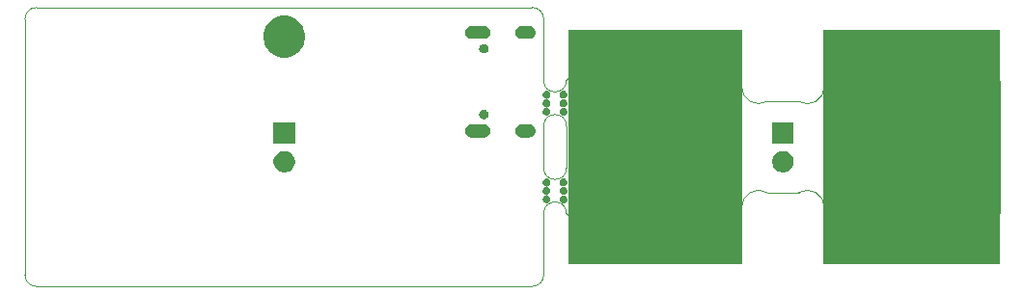
<source format=gbr>
G04 #@! TF.GenerationSoftware,KiCad,Pcbnew,(5.1.5)-3*
G04 #@! TF.CreationDate,2024-11-30T00:03:08+01:00*
G04 #@! TF.ProjectId,tan-usb-pwr,74616e2d-7573-4622-9d70-77722e6b6963,B*
G04 #@! TF.SameCoordinates,PX57bcf00PY53af570*
G04 #@! TF.FileFunction,Soldermask,Bot*
G04 #@! TF.FilePolarity,Negative*
%FSLAX46Y46*%
G04 Gerber Fmt 4.6, Leading zero omitted, Abs format (unit mm)*
G04 Created by KiCad (PCBNEW (5.1.5)-3) date 2024-11-30 00:03:08*
%MOMM*%
%LPD*%
G04 APERTURE LIST*
%ADD10C,0.100000*%
%ADD11C,0.020000*%
G04 APERTURE END LIST*
D10*
X47500000Y10400000D02*
X47500000Y14100000D01*
X47500000Y10400000D02*
G75*
G02X45500000Y10400000I-1000000J0D01*
G01*
X45500000Y14100000D02*
G75*
G02X47500000Y14100000I1000000J0D01*
G01*
X85500000Y18081000D02*
X85500000Y6419050D01*
X85500002Y6419049D02*
G75*
G02X70126925Y6933544I-7500002J5830951D01*
G01*
X67871055Y8249999D02*
G75*
G02X70126953Y6933489I756045J-1295529D01*
G01*
X65128900Y8250000D02*
X67871100Y8250000D01*
X62873048Y6933500D02*
G75*
G02X65128947Y8249997I1499852J20970D01*
G01*
X62873061Y6933473D02*
G75*
G02X47500000Y6419001I-7873061J5316527D01*
G01*
X47500023Y18080980D02*
G75*
G02X62873037Y17566510I7499977J-5830980D01*
G01*
X65128949Y16249972D02*
G75*
G02X62873046Y17566469I-756049J1295528D01*
G01*
X65128900Y16250000D02*
X67871100Y16250000D01*
X70126953Y17566480D02*
G75*
G02X67871054Y16249971I-1499853J-20980D01*
G01*
X70126901Y17566472D02*
G75*
G02X85500000Y18081000I7873099J-5316472D01*
G01*
X45500000Y10400000D02*
X45500000Y14100000D01*
X45500000Y6419001D02*
X45500000Y1000000D01*
X45500000Y6419001D02*
G75*
G02X47500000Y6419001I1000000J0D01*
G01*
X47500000Y18080998D02*
G75*
G02X45500000Y18080998I-1000000J0D01*
G01*
X44500000Y24500000D02*
X1000000Y24500000D01*
X44500000Y24500000D02*
G75*
G02X45500000Y23500000I0J-1000000D01*
G01*
X45500000Y18080998D02*
X45500000Y23500000D01*
X45500000Y1000000D02*
G75*
G02X44500000Y0I-1000000J0D01*
G01*
X1000000Y0D02*
X44500000Y0D01*
X0Y23500000D02*
X0Y1000000D01*
X0Y23500000D02*
G75*
G02X1000000Y24500000I1000000J0D01*
G01*
X1000000Y0D02*
G75*
G02X0Y1000000I0J1000000D01*
G01*
D11*
G36*
X85500000Y2000000D02*
G01*
X70000000Y2000000D01*
X70000000Y22500000D01*
X85500000Y22500000D01*
X85500000Y2000000D01*
G37*
G36*
X62900000Y2000000D02*
G01*
X47700000Y2000000D01*
X47700000Y22500000D01*
X62900000Y22500000D01*
X62900000Y2000000D01*
G37*
G36*
X47348854Y9475876D02*
G01*
X47389971Y9458845D01*
X47410530Y9450329D01*
X47466038Y9413240D01*
X47513240Y9366038D01*
X47550329Y9310530D01*
X47550329Y9310529D01*
X47575876Y9248854D01*
X47588900Y9183379D01*
X47588900Y9116621D01*
X47575876Y9051146D01*
X47558845Y9010029D01*
X47550329Y8989470D01*
X47513240Y8933962D01*
X47466038Y8886760D01*
X47410530Y8849671D01*
X47389971Y8841155D01*
X47348854Y8824124D01*
X47321058Y8818595D01*
X47312720Y8816065D01*
X47305035Y8811958D01*
X47298300Y8806430D01*
X47292772Y8799694D01*
X47288664Y8792010D01*
X47286135Y8783671D01*
X47285281Y8775000D01*
X47286135Y8766328D01*
X47288665Y8757990D01*
X47292772Y8750305D01*
X47298300Y8743570D01*
X47305036Y8738042D01*
X47312720Y8733934D01*
X47321057Y8731405D01*
X47348854Y8725876D01*
X47389971Y8708845D01*
X47410530Y8700329D01*
X47466038Y8663240D01*
X47513240Y8616038D01*
X47550329Y8560530D01*
X47550329Y8560529D01*
X47575876Y8498854D01*
X47588900Y8433379D01*
X47588900Y8366621D01*
X47575876Y8301146D01*
X47558845Y8260029D01*
X47550329Y8239470D01*
X47513240Y8183962D01*
X47466038Y8136760D01*
X47410530Y8099671D01*
X47389971Y8091155D01*
X47348854Y8074124D01*
X47321058Y8068595D01*
X47312720Y8066065D01*
X47305035Y8061958D01*
X47298300Y8056430D01*
X47292772Y8049694D01*
X47288664Y8042010D01*
X47286135Y8033671D01*
X47285281Y8025000D01*
X47286135Y8016328D01*
X47288665Y8007990D01*
X47292772Y8000305D01*
X47298300Y7993570D01*
X47305036Y7988042D01*
X47312720Y7983934D01*
X47321057Y7981405D01*
X47348854Y7975876D01*
X47389971Y7958845D01*
X47410530Y7950329D01*
X47466038Y7913240D01*
X47513240Y7866038D01*
X47550329Y7810530D01*
X47550329Y7810529D01*
X47575876Y7748854D01*
X47588900Y7683379D01*
X47588900Y7616621D01*
X47575876Y7551146D01*
X47558845Y7510029D01*
X47550329Y7489470D01*
X47513240Y7433962D01*
X47466038Y7386760D01*
X47410530Y7349671D01*
X47389971Y7341155D01*
X47348854Y7324124D01*
X47283379Y7311100D01*
X47216621Y7311100D01*
X47151146Y7324124D01*
X47110029Y7341155D01*
X47089470Y7349671D01*
X47033962Y7386760D01*
X46986760Y7433962D01*
X46949671Y7489470D01*
X46941155Y7510029D01*
X46924124Y7551146D01*
X46911100Y7616621D01*
X46911100Y7683379D01*
X46924124Y7748854D01*
X46949671Y7810529D01*
X46949671Y7810530D01*
X46986760Y7866038D01*
X47033962Y7913240D01*
X47089470Y7950329D01*
X47110029Y7958845D01*
X47151146Y7975876D01*
X47178943Y7981405D01*
X47187280Y7983935D01*
X47194965Y7988042D01*
X47201700Y7993570D01*
X47207228Y8000306D01*
X47211336Y8007990D01*
X47213865Y8016329D01*
X47214719Y8025000D01*
X47213865Y8033672D01*
X47211335Y8042010D01*
X47207228Y8049695D01*
X47201700Y8056430D01*
X47194964Y8061958D01*
X47187280Y8066066D01*
X47178942Y8068595D01*
X47151146Y8074124D01*
X47110029Y8091155D01*
X47089470Y8099671D01*
X47033962Y8136760D01*
X46986760Y8183962D01*
X46949671Y8239470D01*
X46941155Y8260029D01*
X46924124Y8301146D01*
X46911100Y8366621D01*
X46911100Y8433379D01*
X46924124Y8498854D01*
X46949671Y8560529D01*
X46949671Y8560530D01*
X46986760Y8616038D01*
X47033962Y8663240D01*
X47089470Y8700329D01*
X47110029Y8708845D01*
X47151146Y8725876D01*
X47178943Y8731405D01*
X47187280Y8733935D01*
X47194965Y8738042D01*
X47201700Y8743570D01*
X47207228Y8750306D01*
X47211336Y8757990D01*
X47213865Y8766329D01*
X47214719Y8775000D01*
X47213865Y8783672D01*
X47211335Y8792010D01*
X47207228Y8799695D01*
X47201700Y8806430D01*
X47194964Y8811958D01*
X47187280Y8816066D01*
X47178942Y8818595D01*
X47151146Y8824124D01*
X47110029Y8841155D01*
X47089470Y8849671D01*
X47033962Y8886760D01*
X46986760Y8933962D01*
X46949671Y8989470D01*
X46941155Y9010029D01*
X46924124Y9051146D01*
X46911100Y9116621D01*
X46911100Y9183379D01*
X46924124Y9248854D01*
X46949671Y9310529D01*
X46949671Y9310530D01*
X46986760Y9366038D01*
X47033962Y9413240D01*
X47089470Y9450329D01*
X47110029Y9458845D01*
X47151146Y9475876D01*
X47216621Y9488900D01*
X47283379Y9488900D01*
X47348854Y9475876D01*
G37*
G36*
X45848854Y9475876D02*
G01*
X45889971Y9458845D01*
X45910530Y9450329D01*
X45966038Y9413240D01*
X46013240Y9366038D01*
X46050329Y9310530D01*
X46050329Y9310529D01*
X46075876Y9248854D01*
X46088900Y9183379D01*
X46088900Y9116621D01*
X46075876Y9051146D01*
X46058845Y9010029D01*
X46050329Y8989470D01*
X46013240Y8933962D01*
X45966038Y8886760D01*
X45910530Y8849671D01*
X45889971Y8841155D01*
X45848854Y8824124D01*
X45821058Y8818595D01*
X45812720Y8816065D01*
X45805035Y8811958D01*
X45798300Y8806430D01*
X45792772Y8799694D01*
X45788664Y8792010D01*
X45786135Y8783671D01*
X45785281Y8775000D01*
X45786135Y8766328D01*
X45788665Y8757990D01*
X45792772Y8750305D01*
X45798300Y8743570D01*
X45805036Y8738042D01*
X45812720Y8733934D01*
X45821057Y8731405D01*
X45848854Y8725876D01*
X45889971Y8708845D01*
X45910530Y8700329D01*
X45966038Y8663240D01*
X46013240Y8616038D01*
X46050329Y8560530D01*
X46050329Y8560529D01*
X46075876Y8498854D01*
X46088900Y8433379D01*
X46088900Y8366621D01*
X46075876Y8301146D01*
X46058845Y8260029D01*
X46050329Y8239470D01*
X46013240Y8183962D01*
X45966038Y8136760D01*
X45910530Y8099671D01*
X45889971Y8091155D01*
X45848854Y8074124D01*
X45821058Y8068595D01*
X45812720Y8066065D01*
X45805035Y8061958D01*
X45798300Y8056430D01*
X45792772Y8049694D01*
X45788664Y8042010D01*
X45786135Y8033671D01*
X45785281Y8025000D01*
X45786135Y8016328D01*
X45788665Y8007990D01*
X45792772Y8000305D01*
X45798300Y7993570D01*
X45805036Y7988042D01*
X45812720Y7983934D01*
X45821057Y7981405D01*
X45848854Y7975876D01*
X45889971Y7958845D01*
X45910530Y7950329D01*
X45966038Y7913240D01*
X46013240Y7866038D01*
X46050329Y7810530D01*
X46050329Y7810529D01*
X46075876Y7748854D01*
X46088900Y7683379D01*
X46088900Y7616621D01*
X46075876Y7551146D01*
X46058845Y7510029D01*
X46050329Y7489470D01*
X46013240Y7433962D01*
X45966038Y7386760D01*
X45910530Y7349671D01*
X45889971Y7341155D01*
X45848854Y7324124D01*
X45783379Y7311100D01*
X45716621Y7311100D01*
X45651146Y7324124D01*
X45610029Y7341155D01*
X45589470Y7349671D01*
X45533962Y7386760D01*
X45486760Y7433962D01*
X45449671Y7489470D01*
X45441155Y7510029D01*
X45424124Y7551146D01*
X45411100Y7616621D01*
X45411100Y7683379D01*
X45424124Y7748854D01*
X45449671Y7810529D01*
X45449671Y7810530D01*
X45486760Y7866038D01*
X45533962Y7913240D01*
X45589470Y7950329D01*
X45610029Y7958845D01*
X45651146Y7975876D01*
X45678943Y7981405D01*
X45687280Y7983935D01*
X45694965Y7988042D01*
X45701700Y7993570D01*
X45707228Y8000306D01*
X45711336Y8007990D01*
X45713865Y8016329D01*
X45714719Y8025000D01*
X45713865Y8033672D01*
X45711335Y8042010D01*
X45707228Y8049695D01*
X45701700Y8056430D01*
X45694964Y8061958D01*
X45687280Y8066066D01*
X45678942Y8068595D01*
X45651146Y8074124D01*
X45610029Y8091155D01*
X45589470Y8099671D01*
X45533962Y8136760D01*
X45486760Y8183962D01*
X45449671Y8239470D01*
X45441155Y8260029D01*
X45424124Y8301146D01*
X45411100Y8366621D01*
X45411100Y8433379D01*
X45424124Y8498854D01*
X45449671Y8560529D01*
X45449671Y8560530D01*
X45486760Y8616038D01*
X45533962Y8663240D01*
X45589470Y8700329D01*
X45610029Y8708845D01*
X45651146Y8725876D01*
X45678943Y8731405D01*
X45687280Y8733935D01*
X45694965Y8738042D01*
X45701700Y8743570D01*
X45707228Y8750306D01*
X45711336Y8757990D01*
X45713865Y8766329D01*
X45714719Y8775000D01*
X45713865Y8783672D01*
X45711335Y8792010D01*
X45707228Y8799695D01*
X45701700Y8806430D01*
X45694964Y8811958D01*
X45687280Y8816066D01*
X45678942Y8818595D01*
X45651146Y8824124D01*
X45610029Y8841155D01*
X45589470Y8849671D01*
X45533962Y8886760D01*
X45486760Y8933962D01*
X45449671Y8989470D01*
X45441155Y9010029D01*
X45424124Y9051146D01*
X45411100Y9116621D01*
X45411100Y9183379D01*
X45424124Y9248854D01*
X45449671Y9310529D01*
X45449671Y9310530D01*
X45486760Y9366038D01*
X45533962Y9413240D01*
X45589470Y9450329D01*
X45610029Y9458845D01*
X45651146Y9475876D01*
X45716621Y9488900D01*
X45783379Y9488900D01*
X45848854Y9475876D01*
G37*
G36*
X66773867Y11862819D02*
G01*
X66944736Y11792042D01*
X67098514Y11689291D01*
X67229291Y11558514D01*
X67332042Y11404736D01*
X67402819Y11233867D01*
X67438900Y11052474D01*
X67438900Y10867526D01*
X67402819Y10686133D01*
X67332042Y10515264D01*
X67229291Y10361486D01*
X67098514Y10230709D01*
X66944736Y10127958D01*
X66773867Y10057181D01*
X66592474Y10021100D01*
X66407526Y10021100D01*
X66226133Y10057181D01*
X66055264Y10127958D01*
X65901486Y10230709D01*
X65770709Y10361486D01*
X65667958Y10515264D01*
X65597181Y10686133D01*
X65561100Y10867526D01*
X65561100Y11052474D01*
X65597181Y11233867D01*
X65667958Y11404736D01*
X65770709Y11558514D01*
X65901486Y11689291D01*
X66055264Y11792042D01*
X66226133Y11862819D01*
X66407526Y11898900D01*
X66592474Y11898900D01*
X66773867Y11862819D01*
G37*
G36*
X23023867Y11862819D02*
G01*
X23194736Y11792042D01*
X23348514Y11689291D01*
X23479291Y11558514D01*
X23582042Y11404736D01*
X23652819Y11233867D01*
X23688900Y11052474D01*
X23688900Y10867526D01*
X23652819Y10686133D01*
X23582042Y10515264D01*
X23479291Y10361486D01*
X23348514Y10230709D01*
X23194736Y10127958D01*
X23023867Y10057181D01*
X22842474Y10021100D01*
X22657526Y10021100D01*
X22476133Y10057181D01*
X22305264Y10127958D01*
X22151486Y10230709D01*
X22020709Y10361486D01*
X21917958Y10515264D01*
X21847181Y10686133D01*
X21811100Y10867526D01*
X21811100Y11052474D01*
X21847181Y11233867D01*
X21917958Y11404736D01*
X22020709Y11558514D01*
X22151486Y11689291D01*
X22305264Y11792042D01*
X22476133Y11862819D01*
X22657526Y11898900D01*
X22842474Y11898900D01*
X23023867Y11862819D01*
G37*
G36*
X67438900Y12561100D02*
G01*
X65561100Y12561100D01*
X65561100Y14438900D01*
X67438900Y14438900D01*
X67438900Y12561100D01*
G37*
G36*
X23688900Y12561100D02*
G01*
X21811100Y12561100D01*
X21811100Y14438900D01*
X23688900Y14438900D01*
X23688900Y12561100D01*
G37*
G36*
X40385445Y14260379D02*
G01*
X40496453Y14226705D01*
X40496455Y14226704D01*
X40598755Y14172023D01*
X40598756Y14172022D01*
X40598758Y14172021D01*
X40688430Y14098430D01*
X40762021Y14008758D01*
X40816705Y13906453D01*
X40850379Y13795445D01*
X40861749Y13680000D01*
X40850379Y13564555D01*
X40816705Y13453547D01*
X40762021Y13351242D01*
X40688430Y13261570D01*
X40598758Y13187979D01*
X40598756Y13187978D01*
X40598755Y13187977D01*
X40496455Y13133296D01*
X40496453Y13133295D01*
X40385445Y13099621D01*
X40298927Y13091100D01*
X39141073Y13091100D01*
X39054555Y13099621D01*
X38943547Y13133295D01*
X38943545Y13133296D01*
X38841245Y13187977D01*
X38841244Y13187978D01*
X38841242Y13187979D01*
X38751570Y13261570D01*
X38677979Y13351242D01*
X38623295Y13453547D01*
X38589621Y13564555D01*
X38578251Y13680000D01*
X38589621Y13795445D01*
X38623295Y13906453D01*
X38677979Y14008758D01*
X38751570Y14098430D01*
X38841242Y14172021D01*
X38841244Y14172022D01*
X38841245Y14172023D01*
X38943545Y14226704D01*
X38943547Y14226705D01*
X39054555Y14260379D01*
X39141073Y14268900D01*
X40298927Y14268900D01*
X40385445Y14260379D01*
G37*
G36*
X44315445Y14260379D02*
G01*
X44426453Y14226705D01*
X44426455Y14226704D01*
X44528755Y14172023D01*
X44528756Y14172022D01*
X44528758Y14172021D01*
X44618430Y14098430D01*
X44692021Y14008758D01*
X44746705Y13906453D01*
X44780379Y13795445D01*
X44791749Y13680000D01*
X44780379Y13564555D01*
X44746705Y13453547D01*
X44692021Y13351242D01*
X44618430Y13261570D01*
X44528758Y13187979D01*
X44528756Y13187978D01*
X44528755Y13187977D01*
X44426455Y13133296D01*
X44426453Y13133295D01*
X44315445Y13099621D01*
X44228927Y13091100D01*
X43571073Y13091100D01*
X43484555Y13099621D01*
X43373547Y13133295D01*
X43373545Y13133296D01*
X43271245Y13187977D01*
X43271244Y13187978D01*
X43271242Y13187979D01*
X43181570Y13261570D01*
X43107979Y13351242D01*
X43053295Y13453547D01*
X43019621Y13564555D01*
X43008251Y13680000D01*
X43019621Y13795445D01*
X43053295Y13906453D01*
X43107979Y14008758D01*
X43181570Y14098430D01*
X43271242Y14172021D01*
X43271244Y14172022D01*
X43271245Y14172023D01*
X43373545Y14226704D01*
X43373547Y14226705D01*
X43484555Y14260379D01*
X43571073Y14268900D01*
X44228927Y14268900D01*
X44315445Y14260379D01*
G37*
G36*
X40310620Y15519951D02*
G01*
X40370728Y15507995D01*
X40370731Y15507994D01*
X40370730Y15507994D01*
X40446055Y15476794D01*
X40446056Y15476793D01*
X40513848Y15431496D01*
X40571496Y15373848D01*
X40571497Y15373846D01*
X40616794Y15306055D01*
X40639537Y15251148D01*
X40647995Y15230728D01*
X40663900Y15150765D01*
X40663900Y15069235D01*
X40647995Y14989272D01*
X40647994Y14989270D01*
X40616794Y14913945D01*
X40616793Y14913944D01*
X40571496Y14846152D01*
X40513848Y14788504D01*
X40479721Y14765701D01*
X40446055Y14743206D01*
X40387794Y14719074D01*
X40370728Y14712005D01*
X40310620Y14700049D01*
X40290766Y14696100D01*
X40209234Y14696100D01*
X40189380Y14700049D01*
X40129272Y14712005D01*
X40112206Y14719074D01*
X40053945Y14743206D01*
X40020279Y14765701D01*
X39986152Y14788504D01*
X39928504Y14846152D01*
X39883207Y14913944D01*
X39883206Y14913945D01*
X39852006Y14989270D01*
X39852005Y14989272D01*
X39836100Y15069235D01*
X39836100Y15150765D01*
X39852005Y15230728D01*
X39860463Y15251148D01*
X39883206Y15306055D01*
X39928503Y15373846D01*
X39928504Y15373848D01*
X39986152Y15431496D01*
X40053944Y15476793D01*
X40053945Y15476794D01*
X40129270Y15507994D01*
X40129269Y15507994D01*
X40129272Y15507995D01*
X40189380Y15519951D01*
X40209234Y15523900D01*
X40290766Y15523900D01*
X40310620Y15519951D01*
G37*
G36*
X47348854Y17175876D02*
G01*
X47389971Y17158845D01*
X47410530Y17150329D01*
X47466038Y17113240D01*
X47513240Y17066038D01*
X47550329Y17010530D01*
X47550329Y17010529D01*
X47575876Y16948854D01*
X47588900Y16883379D01*
X47588900Y16816621D01*
X47575876Y16751146D01*
X47558845Y16710029D01*
X47550329Y16689470D01*
X47513240Y16633962D01*
X47466038Y16586760D01*
X47410530Y16549671D01*
X47389971Y16541155D01*
X47348854Y16524124D01*
X47321058Y16518595D01*
X47312720Y16516065D01*
X47305035Y16511958D01*
X47298300Y16506430D01*
X47292772Y16499694D01*
X47288664Y16492010D01*
X47286135Y16483671D01*
X47285281Y16475000D01*
X47286135Y16466328D01*
X47288665Y16457990D01*
X47292772Y16450305D01*
X47298300Y16443570D01*
X47305036Y16438042D01*
X47312720Y16433934D01*
X47321057Y16431405D01*
X47348854Y16425876D01*
X47389971Y16408845D01*
X47410530Y16400329D01*
X47466038Y16363240D01*
X47513240Y16316038D01*
X47550329Y16260530D01*
X47550329Y16260529D01*
X47575876Y16198854D01*
X47588900Y16133379D01*
X47588900Y16066621D01*
X47575876Y16001146D01*
X47558845Y15960029D01*
X47550329Y15939470D01*
X47513240Y15883962D01*
X47466038Y15836760D01*
X47410530Y15799671D01*
X47389971Y15791155D01*
X47348854Y15774124D01*
X47321058Y15768595D01*
X47312720Y15766065D01*
X47305035Y15761958D01*
X47298300Y15756430D01*
X47292772Y15749694D01*
X47288664Y15742010D01*
X47286135Y15733671D01*
X47285281Y15725000D01*
X47286135Y15716328D01*
X47288665Y15707990D01*
X47292772Y15700305D01*
X47298300Y15693570D01*
X47305036Y15688042D01*
X47312720Y15683934D01*
X47321057Y15681405D01*
X47348854Y15675876D01*
X47389971Y15658845D01*
X47410530Y15650329D01*
X47466038Y15613240D01*
X47513240Y15566038D01*
X47550329Y15510530D01*
X47550329Y15510529D01*
X47575876Y15448854D01*
X47588900Y15383379D01*
X47588900Y15316621D01*
X47575876Y15251146D01*
X47567419Y15230730D01*
X47550329Y15189470D01*
X47513240Y15133962D01*
X47466038Y15086760D01*
X47410530Y15049671D01*
X47389971Y15041155D01*
X47348854Y15024124D01*
X47283379Y15011100D01*
X47216621Y15011100D01*
X47151146Y15024124D01*
X47110029Y15041155D01*
X47089470Y15049671D01*
X47033962Y15086760D01*
X46986760Y15133962D01*
X46949671Y15189470D01*
X46932581Y15230730D01*
X46924124Y15251146D01*
X46911100Y15316621D01*
X46911100Y15383379D01*
X46924124Y15448854D01*
X46949671Y15510529D01*
X46949671Y15510530D01*
X46986760Y15566038D01*
X47033962Y15613240D01*
X47089470Y15650329D01*
X47110029Y15658845D01*
X47151146Y15675876D01*
X47178943Y15681405D01*
X47187280Y15683935D01*
X47194965Y15688042D01*
X47201700Y15693570D01*
X47207228Y15700306D01*
X47211336Y15707990D01*
X47213865Y15716329D01*
X47214719Y15725000D01*
X47213865Y15733672D01*
X47211335Y15742010D01*
X47207228Y15749695D01*
X47201700Y15756430D01*
X47194964Y15761958D01*
X47187280Y15766066D01*
X47178942Y15768595D01*
X47151146Y15774124D01*
X47110029Y15791155D01*
X47089470Y15799671D01*
X47033962Y15836760D01*
X46986760Y15883962D01*
X46949671Y15939470D01*
X46941155Y15960029D01*
X46924124Y16001146D01*
X46911100Y16066621D01*
X46911100Y16133379D01*
X46924124Y16198854D01*
X46949671Y16260529D01*
X46949671Y16260530D01*
X46986760Y16316038D01*
X47033962Y16363240D01*
X47089470Y16400329D01*
X47110029Y16408845D01*
X47151146Y16425876D01*
X47178943Y16431405D01*
X47187280Y16433935D01*
X47194965Y16438042D01*
X47201700Y16443570D01*
X47207228Y16450306D01*
X47211336Y16457990D01*
X47213865Y16466329D01*
X47214719Y16475000D01*
X47213865Y16483672D01*
X47211335Y16492010D01*
X47207228Y16499695D01*
X47201700Y16506430D01*
X47194964Y16511958D01*
X47187280Y16516066D01*
X47178942Y16518595D01*
X47151146Y16524124D01*
X47110029Y16541155D01*
X47089470Y16549671D01*
X47033962Y16586760D01*
X46986760Y16633962D01*
X46949671Y16689470D01*
X46941155Y16710029D01*
X46924124Y16751146D01*
X46911100Y16816621D01*
X46911100Y16883379D01*
X46924124Y16948854D01*
X46949671Y17010529D01*
X46949671Y17010530D01*
X46986760Y17066038D01*
X47033962Y17113240D01*
X47089470Y17150329D01*
X47110029Y17158845D01*
X47151146Y17175876D01*
X47216621Y17188900D01*
X47283379Y17188900D01*
X47348854Y17175876D01*
G37*
G36*
X45848854Y17175876D02*
G01*
X45889971Y17158845D01*
X45910530Y17150329D01*
X45966038Y17113240D01*
X46013240Y17066038D01*
X46050329Y17010530D01*
X46050329Y17010529D01*
X46075876Y16948854D01*
X46088900Y16883379D01*
X46088900Y16816621D01*
X46075876Y16751146D01*
X46058845Y16710029D01*
X46050329Y16689470D01*
X46013240Y16633962D01*
X45966038Y16586760D01*
X45910530Y16549671D01*
X45889971Y16541155D01*
X45848854Y16524124D01*
X45821058Y16518595D01*
X45812720Y16516065D01*
X45805035Y16511958D01*
X45798300Y16506430D01*
X45792772Y16499694D01*
X45788664Y16492010D01*
X45786135Y16483671D01*
X45785281Y16475000D01*
X45786135Y16466328D01*
X45788665Y16457990D01*
X45792772Y16450305D01*
X45798300Y16443570D01*
X45805036Y16438042D01*
X45812720Y16433934D01*
X45821057Y16431405D01*
X45848854Y16425876D01*
X45889971Y16408845D01*
X45910530Y16400329D01*
X45966038Y16363240D01*
X46013240Y16316038D01*
X46050329Y16260530D01*
X46050329Y16260529D01*
X46075876Y16198854D01*
X46088900Y16133379D01*
X46088900Y16066621D01*
X46075876Y16001146D01*
X46058845Y15960029D01*
X46050329Y15939470D01*
X46013240Y15883962D01*
X45966038Y15836760D01*
X45910530Y15799671D01*
X45889971Y15791155D01*
X45848854Y15774124D01*
X45821058Y15768595D01*
X45812720Y15766065D01*
X45805035Y15761958D01*
X45798300Y15756430D01*
X45792772Y15749694D01*
X45788664Y15742010D01*
X45786135Y15733671D01*
X45785281Y15725000D01*
X45786135Y15716328D01*
X45788665Y15707990D01*
X45792772Y15700305D01*
X45798300Y15693570D01*
X45805036Y15688042D01*
X45812720Y15683934D01*
X45821057Y15681405D01*
X45848854Y15675876D01*
X45889971Y15658845D01*
X45910530Y15650329D01*
X45966038Y15613240D01*
X46013240Y15566038D01*
X46050329Y15510530D01*
X46050329Y15510529D01*
X46075876Y15448854D01*
X46088900Y15383379D01*
X46088900Y15316621D01*
X46075876Y15251146D01*
X46067419Y15230730D01*
X46050329Y15189470D01*
X46013240Y15133962D01*
X45966038Y15086760D01*
X45910530Y15049671D01*
X45889971Y15041155D01*
X45848854Y15024124D01*
X45783379Y15011100D01*
X45716621Y15011100D01*
X45651146Y15024124D01*
X45610029Y15041155D01*
X45589470Y15049671D01*
X45533962Y15086760D01*
X45486760Y15133962D01*
X45449671Y15189470D01*
X45432581Y15230730D01*
X45424124Y15251146D01*
X45411100Y15316621D01*
X45411100Y15383379D01*
X45424124Y15448854D01*
X45449671Y15510529D01*
X45449671Y15510530D01*
X45486760Y15566038D01*
X45533962Y15613240D01*
X45589470Y15650329D01*
X45610029Y15658845D01*
X45651146Y15675876D01*
X45678943Y15681405D01*
X45687280Y15683935D01*
X45694965Y15688042D01*
X45701700Y15693570D01*
X45707228Y15700306D01*
X45711336Y15707990D01*
X45713865Y15716329D01*
X45714719Y15725000D01*
X45713865Y15733672D01*
X45711335Y15742010D01*
X45707228Y15749695D01*
X45701700Y15756430D01*
X45694964Y15761958D01*
X45687280Y15766066D01*
X45678942Y15768595D01*
X45651146Y15774124D01*
X45610029Y15791155D01*
X45589470Y15799671D01*
X45533962Y15836760D01*
X45486760Y15883962D01*
X45449671Y15939470D01*
X45441155Y15960029D01*
X45424124Y16001146D01*
X45411100Y16066621D01*
X45411100Y16133379D01*
X45424124Y16198854D01*
X45449671Y16260529D01*
X45449671Y16260530D01*
X45486760Y16316038D01*
X45533962Y16363240D01*
X45589470Y16400329D01*
X45610029Y16408845D01*
X45651146Y16425876D01*
X45678943Y16431405D01*
X45687280Y16433935D01*
X45694965Y16438042D01*
X45701700Y16443570D01*
X45707228Y16450306D01*
X45711336Y16457990D01*
X45713865Y16466329D01*
X45714719Y16475000D01*
X45713865Y16483672D01*
X45711335Y16492010D01*
X45707228Y16499695D01*
X45701700Y16506430D01*
X45694964Y16511958D01*
X45687280Y16516066D01*
X45678942Y16518595D01*
X45651146Y16524124D01*
X45610029Y16541155D01*
X45589470Y16549671D01*
X45533962Y16586760D01*
X45486760Y16633962D01*
X45449671Y16689470D01*
X45441155Y16710029D01*
X45424124Y16751146D01*
X45411100Y16816621D01*
X45411100Y16883379D01*
X45424124Y16948854D01*
X45449671Y17010529D01*
X45449671Y17010530D01*
X45486760Y17066038D01*
X45533962Y17113240D01*
X45589470Y17150329D01*
X45610029Y17158845D01*
X45651146Y17175876D01*
X45716621Y17188900D01*
X45783379Y17188900D01*
X45848854Y17175876D01*
G37*
G36*
X23286387Y23718232D02*
G01*
X23286388Y23718232D01*
X23286391Y23718231D01*
X23491624Y23633220D01*
X23621046Y23579612D01*
X23922231Y23378367D01*
X24178367Y23122231D01*
X24379612Y22821046D01*
X24433220Y22691624D01*
X24518231Y22486391D01*
X24518232Y22486388D01*
X24518232Y22486387D01*
X24574292Y22204555D01*
X24588900Y22131115D01*
X24588900Y21768885D01*
X24518231Y21413609D01*
X24466199Y21287994D01*
X24379612Y21078954D01*
X24178367Y20777769D01*
X23922231Y20521633D01*
X23621046Y20320388D01*
X23491624Y20266780D01*
X23286391Y20181769D01*
X23286388Y20181768D01*
X23286387Y20181768D01*
X22931116Y20111100D01*
X22568884Y20111100D01*
X22213613Y20181768D01*
X22213612Y20181768D01*
X22213609Y20181769D01*
X22008376Y20266780D01*
X21878954Y20320388D01*
X21577769Y20521633D01*
X21321633Y20777769D01*
X21120388Y21078954D01*
X21033801Y21287994D01*
X20981769Y21413609D01*
X20911100Y21768885D01*
X20911100Y22131115D01*
X20925708Y22204555D01*
X20981768Y22486387D01*
X20981768Y22486388D01*
X20981769Y22486391D01*
X21066780Y22691624D01*
X21120388Y22821046D01*
X21321633Y23122231D01*
X21577769Y23378367D01*
X21878954Y23579612D01*
X22008376Y23633220D01*
X22213609Y23718231D01*
X22213612Y23718232D01*
X22213613Y23718232D01*
X22568884Y23788900D01*
X22931116Y23788900D01*
X23286387Y23718232D01*
G37*
G36*
X40310620Y21299951D02*
G01*
X40370728Y21287995D01*
X40370731Y21287994D01*
X40370730Y21287994D01*
X40446055Y21256794D01*
X40446056Y21256793D01*
X40513848Y21211496D01*
X40571496Y21153848D01*
X40571497Y21153846D01*
X40616794Y21086055D01*
X40619735Y21078954D01*
X40647995Y21010728D01*
X40663900Y20930765D01*
X40663900Y20849235D01*
X40647995Y20769272D01*
X40647994Y20769270D01*
X40616794Y20693945D01*
X40616793Y20693944D01*
X40571496Y20626152D01*
X40513848Y20568504D01*
X40479721Y20545701D01*
X40446055Y20523206D01*
X40387794Y20499074D01*
X40370728Y20492005D01*
X40310620Y20480049D01*
X40290766Y20476100D01*
X40209234Y20476100D01*
X40189380Y20480049D01*
X40129272Y20492005D01*
X40112206Y20499074D01*
X40053945Y20523206D01*
X40020279Y20545701D01*
X39986152Y20568504D01*
X39928504Y20626152D01*
X39883207Y20693944D01*
X39883206Y20693945D01*
X39852006Y20769270D01*
X39852005Y20769272D01*
X39836100Y20849235D01*
X39836100Y20930765D01*
X39852005Y21010728D01*
X39880265Y21078954D01*
X39883206Y21086055D01*
X39928503Y21153846D01*
X39928504Y21153848D01*
X39986152Y21211496D01*
X40053944Y21256793D01*
X40053945Y21256794D01*
X40129270Y21287994D01*
X40129269Y21287994D01*
X40129272Y21287995D01*
X40189380Y21299951D01*
X40209234Y21303900D01*
X40290766Y21303900D01*
X40310620Y21299951D01*
G37*
G36*
X44315445Y22900379D02*
G01*
X44426453Y22866705D01*
X44426455Y22866704D01*
X44528755Y22812023D01*
X44528756Y22812022D01*
X44528758Y22812021D01*
X44618430Y22738430D01*
X44692021Y22648758D01*
X44746705Y22546453D01*
X44780379Y22435445D01*
X44791749Y22320000D01*
X44780379Y22204555D01*
X44746705Y22093547D01*
X44692021Y21991242D01*
X44618430Y21901570D01*
X44528758Y21827979D01*
X44528756Y21827978D01*
X44528755Y21827977D01*
X44426455Y21773296D01*
X44426453Y21773295D01*
X44315445Y21739621D01*
X44228927Y21731100D01*
X43571073Y21731100D01*
X43484555Y21739621D01*
X43373547Y21773295D01*
X43373545Y21773296D01*
X43271245Y21827977D01*
X43271244Y21827978D01*
X43271242Y21827979D01*
X43181570Y21901570D01*
X43107979Y21991242D01*
X43053295Y22093547D01*
X43019621Y22204555D01*
X43008251Y22320000D01*
X43019621Y22435445D01*
X43053295Y22546453D01*
X43107979Y22648758D01*
X43181570Y22738430D01*
X43271242Y22812021D01*
X43271244Y22812022D01*
X43271245Y22812023D01*
X43373545Y22866704D01*
X43373547Y22866705D01*
X43484555Y22900379D01*
X43571073Y22908900D01*
X44228927Y22908900D01*
X44315445Y22900379D01*
G37*
G36*
X40385445Y22900379D02*
G01*
X40496453Y22866705D01*
X40496455Y22866704D01*
X40598755Y22812023D01*
X40598756Y22812022D01*
X40598758Y22812021D01*
X40688430Y22738430D01*
X40762021Y22648758D01*
X40816705Y22546453D01*
X40850379Y22435445D01*
X40861749Y22320000D01*
X40850379Y22204555D01*
X40816705Y22093547D01*
X40762021Y21991242D01*
X40688430Y21901570D01*
X40598758Y21827979D01*
X40598756Y21827978D01*
X40598755Y21827977D01*
X40496455Y21773296D01*
X40496453Y21773295D01*
X40385445Y21739621D01*
X40298927Y21731100D01*
X39141073Y21731100D01*
X39054555Y21739621D01*
X38943547Y21773295D01*
X38943545Y21773296D01*
X38841245Y21827977D01*
X38841244Y21827978D01*
X38841242Y21827979D01*
X38751570Y21901570D01*
X38677979Y21991242D01*
X38623295Y22093547D01*
X38589621Y22204555D01*
X38578251Y22320000D01*
X38589621Y22435445D01*
X38623295Y22546453D01*
X38677979Y22648758D01*
X38751570Y22738430D01*
X38841242Y22812021D01*
X38841244Y22812022D01*
X38841245Y22812023D01*
X38943545Y22866704D01*
X38943547Y22866705D01*
X39054555Y22900379D01*
X39141073Y22908900D01*
X40298927Y22908900D01*
X40385445Y22900379D01*
G37*
M02*

</source>
